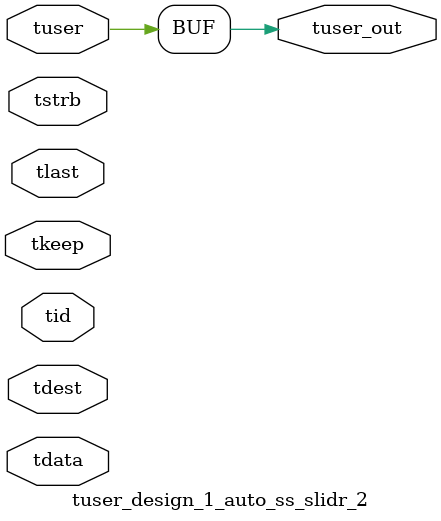
<source format=v>


`timescale 1ps/1ps

module tuser_design_1_auto_ss_slidr_2 #
(
parameter C_S_AXIS_TUSER_WIDTH = 1,
parameter C_S_AXIS_TDATA_WIDTH = 32,
parameter C_S_AXIS_TID_WIDTH   = 0,
parameter C_S_AXIS_TDEST_WIDTH = 0,
parameter C_M_AXIS_TUSER_WIDTH = 1
)
(
input  [(C_S_AXIS_TUSER_WIDTH == 0 ? 1 : C_S_AXIS_TUSER_WIDTH)-1:0     ] tuser,
input  [(C_S_AXIS_TDATA_WIDTH == 0 ? 1 : C_S_AXIS_TDATA_WIDTH)-1:0     ] tdata,
input  [(C_S_AXIS_TID_WIDTH   == 0 ? 1 : C_S_AXIS_TID_WIDTH)-1:0       ] tid,
input  [(C_S_AXIS_TDEST_WIDTH == 0 ? 1 : C_S_AXIS_TDEST_WIDTH)-1:0     ] tdest,
input  [(C_S_AXIS_TDATA_WIDTH/8)-1:0 ] tkeep,
input  [(C_S_AXIS_TDATA_WIDTH/8)-1:0 ] tstrb,
input                                                                    tlast,
output [C_M_AXIS_TUSER_WIDTH-1:0] tuser_out
);

assign tuser_out = {tuser[0:0]};

endmodule


</source>
